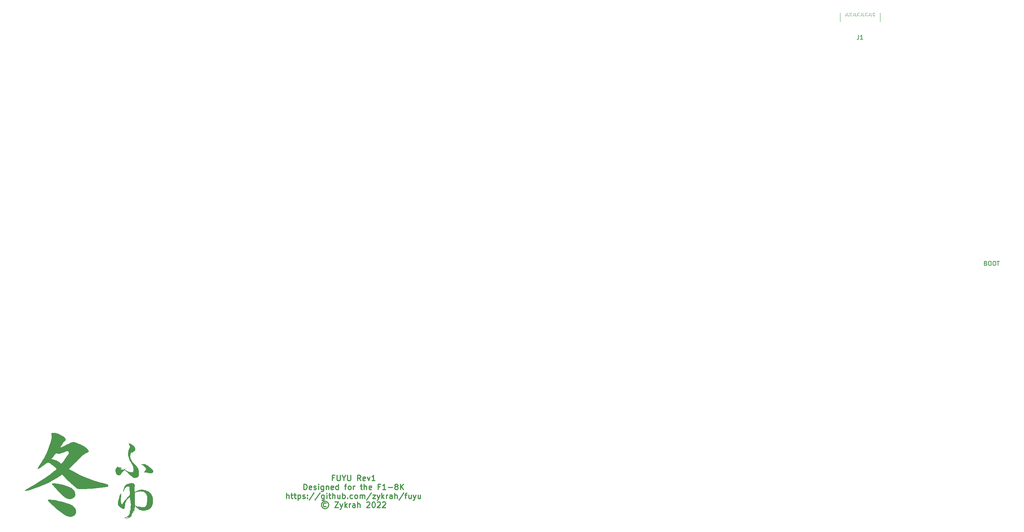
<source format=gbr>
%TF.GenerationSoftware,KiCad,Pcbnew,(6.0.1)*%
%TF.CreationDate,2022-06-13T23:58:48+10:00*%
%TF.ProjectId,fuyu,66757975-2e6b-4696-9361-645f70636258,rev?*%
%TF.SameCoordinates,Original*%
%TF.FileFunction,Legend,Top*%
%TF.FilePolarity,Positive*%
%FSLAX46Y46*%
G04 Gerber Fmt 4.6, Leading zero omitted, Abs format (unit mm)*
G04 Created by KiCad (PCBNEW (6.0.1)) date 2022-06-13 23:58:48*
%MOMM*%
%LPD*%
G01*
G04 APERTURE LIST*
%ADD10C,0.150000*%
%ADD11C,0.240000*%
%ADD12C,0.100000*%
%ADD13C,0.120000*%
G04 APERTURE END LIST*
D10*
X355393169Y-111281071D02*
X355536026Y-111328690D01*
X355583645Y-111376309D01*
X355631264Y-111471547D01*
X355631264Y-111614404D01*
X355583645Y-111709642D01*
X355536026Y-111757261D01*
X355440788Y-111804880D01*
X355059835Y-111804880D01*
X355059835Y-110804880D01*
X355393169Y-110804880D01*
X355488407Y-110852500D01*
X355536026Y-110900119D01*
X355583645Y-110995357D01*
X355583645Y-111090595D01*
X355536026Y-111185833D01*
X355488407Y-111233452D01*
X355393169Y-111281071D01*
X355059835Y-111281071D01*
X356250312Y-110804880D02*
X356440788Y-110804880D01*
X356536026Y-110852500D01*
X356631264Y-110947738D01*
X356678883Y-111138214D01*
X356678883Y-111471547D01*
X356631264Y-111662023D01*
X356536026Y-111757261D01*
X356440788Y-111804880D01*
X356250312Y-111804880D01*
X356155073Y-111757261D01*
X356059835Y-111662023D01*
X356012216Y-111471547D01*
X356012216Y-111138214D01*
X356059835Y-110947738D01*
X356155073Y-110852500D01*
X356250312Y-110804880D01*
X357297931Y-110804880D02*
X357488407Y-110804880D01*
X357583645Y-110852500D01*
X357678883Y-110947738D01*
X357726502Y-111138214D01*
X357726502Y-111471547D01*
X357678883Y-111662023D01*
X357583645Y-111757261D01*
X357488407Y-111804880D01*
X357297931Y-111804880D01*
X357202692Y-111757261D01*
X357107454Y-111662023D01*
X357059835Y-111471547D01*
X357059835Y-111138214D01*
X357107454Y-110947738D01*
X357202692Y-110852500D01*
X357297931Y-110804880D01*
X358012216Y-110804880D02*
X358583645Y-110804880D01*
X358297931Y-111804880D02*
X358297931Y-110804880D01*
D11*
X202390312Y-161670142D02*
X201956978Y-161670142D01*
X201956978Y-162351095D02*
X201956978Y-161051095D01*
X202576026Y-161051095D01*
X203071264Y-161051095D02*
X203071264Y-162103476D01*
X203133169Y-162227285D01*
X203195073Y-162289190D01*
X203318883Y-162351095D01*
X203566502Y-162351095D01*
X203690312Y-162289190D01*
X203752216Y-162227285D01*
X203814121Y-162103476D01*
X203814121Y-161051095D01*
X204680788Y-161732047D02*
X204680788Y-162351095D01*
X204247454Y-161051095D02*
X204680788Y-161732047D01*
X205114121Y-161051095D01*
X205547454Y-161051095D02*
X205547454Y-162103476D01*
X205609359Y-162227285D01*
X205671264Y-162289190D01*
X205795073Y-162351095D01*
X206042692Y-162351095D01*
X206166502Y-162289190D01*
X206228407Y-162227285D01*
X206290312Y-162103476D01*
X206290312Y-161051095D01*
X208642692Y-162351095D02*
X208209359Y-161732047D01*
X207899835Y-162351095D02*
X207899835Y-161051095D01*
X208395073Y-161051095D01*
X208518883Y-161113000D01*
X208580788Y-161174904D01*
X208642692Y-161298714D01*
X208642692Y-161484428D01*
X208580788Y-161608238D01*
X208518883Y-161670142D01*
X208395073Y-161732047D01*
X207899835Y-161732047D01*
X209695073Y-162289190D02*
X209571264Y-162351095D01*
X209323645Y-162351095D01*
X209199835Y-162289190D01*
X209137931Y-162165380D01*
X209137931Y-161670142D01*
X209199835Y-161546333D01*
X209323645Y-161484428D01*
X209571264Y-161484428D01*
X209695073Y-161546333D01*
X209756978Y-161670142D01*
X209756978Y-161793952D01*
X209137931Y-161917761D01*
X210190312Y-161484428D02*
X210499835Y-162351095D01*
X210809359Y-161484428D01*
X211985550Y-162351095D02*
X211242692Y-162351095D01*
X211614121Y-162351095D02*
X211614121Y-161051095D01*
X211490312Y-161236809D01*
X211366502Y-161360619D01*
X211242692Y-161422523D01*
X195271264Y-164444095D02*
X195271264Y-163144095D01*
X195580788Y-163144095D01*
X195766502Y-163206000D01*
X195890312Y-163329809D01*
X195952216Y-163453619D01*
X196014121Y-163701238D01*
X196014121Y-163886952D01*
X195952216Y-164134571D01*
X195890312Y-164258380D01*
X195766502Y-164382190D01*
X195580788Y-164444095D01*
X195271264Y-164444095D01*
X197066502Y-164382190D02*
X196942692Y-164444095D01*
X196695073Y-164444095D01*
X196571264Y-164382190D01*
X196509359Y-164258380D01*
X196509359Y-163763142D01*
X196571264Y-163639333D01*
X196695073Y-163577428D01*
X196942692Y-163577428D01*
X197066502Y-163639333D01*
X197128407Y-163763142D01*
X197128407Y-163886952D01*
X196509359Y-164010761D01*
X197623645Y-164382190D02*
X197747454Y-164444095D01*
X197995073Y-164444095D01*
X198118883Y-164382190D01*
X198180788Y-164258380D01*
X198180788Y-164196476D01*
X198118883Y-164072666D01*
X197995073Y-164010761D01*
X197809359Y-164010761D01*
X197685550Y-163948857D01*
X197623645Y-163825047D01*
X197623645Y-163763142D01*
X197685550Y-163639333D01*
X197809359Y-163577428D01*
X197995073Y-163577428D01*
X198118883Y-163639333D01*
X198737931Y-164444095D02*
X198737931Y-163577428D01*
X198737931Y-163144095D02*
X198676026Y-163206000D01*
X198737931Y-163267904D01*
X198799835Y-163206000D01*
X198737931Y-163144095D01*
X198737931Y-163267904D01*
X199914121Y-163577428D02*
X199914121Y-164629809D01*
X199852216Y-164753619D01*
X199790312Y-164815523D01*
X199666502Y-164877428D01*
X199480788Y-164877428D01*
X199356978Y-164815523D01*
X199914121Y-164382190D02*
X199790312Y-164444095D01*
X199542692Y-164444095D01*
X199418883Y-164382190D01*
X199356978Y-164320285D01*
X199295073Y-164196476D01*
X199295073Y-163825047D01*
X199356978Y-163701238D01*
X199418883Y-163639333D01*
X199542692Y-163577428D01*
X199790312Y-163577428D01*
X199914121Y-163639333D01*
X200533169Y-163577428D02*
X200533169Y-164444095D01*
X200533169Y-163701238D02*
X200595073Y-163639333D01*
X200718883Y-163577428D01*
X200904597Y-163577428D01*
X201028407Y-163639333D01*
X201090312Y-163763142D01*
X201090312Y-164444095D01*
X202204597Y-164382190D02*
X202080788Y-164444095D01*
X201833169Y-164444095D01*
X201709359Y-164382190D01*
X201647454Y-164258380D01*
X201647454Y-163763142D01*
X201709359Y-163639333D01*
X201833169Y-163577428D01*
X202080788Y-163577428D01*
X202204597Y-163639333D01*
X202266502Y-163763142D01*
X202266502Y-163886952D01*
X201647454Y-164010761D01*
X203380788Y-164444095D02*
X203380788Y-163144095D01*
X203380788Y-164382190D02*
X203256978Y-164444095D01*
X203009359Y-164444095D01*
X202885550Y-164382190D01*
X202823645Y-164320285D01*
X202761740Y-164196476D01*
X202761740Y-163825047D01*
X202823645Y-163701238D01*
X202885550Y-163639333D01*
X203009359Y-163577428D01*
X203256978Y-163577428D01*
X203380788Y-163639333D01*
X204804597Y-163577428D02*
X205299835Y-163577428D01*
X204990312Y-164444095D02*
X204990312Y-163329809D01*
X205052216Y-163206000D01*
X205176026Y-163144095D01*
X205299835Y-163144095D01*
X205918883Y-164444095D02*
X205795073Y-164382190D01*
X205733169Y-164320285D01*
X205671264Y-164196476D01*
X205671264Y-163825047D01*
X205733169Y-163701238D01*
X205795073Y-163639333D01*
X205918883Y-163577428D01*
X206104597Y-163577428D01*
X206228407Y-163639333D01*
X206290312Y-163701238D01*
X206352216Y-163825047D01*
X206352216Y-164196476D01*
X206290312Y-164320285D01*
X206228407Y-164382190D01*
X206104597Y-164444095D01*
X205918883Y-164444095D01*
X206909359Y-164444095D02*
X206909359Y-163577428D01*
X206909359Y-163825047D02*
X206971264Y-163701238D01*
X207033169Y-163639333D01*
X207156978Y-163577428D01*
X207280788Y-163577428D01*
X208518883Y-163577428D02*
X209014121Y-163577428D01*
X208704597Y-163144095D02*
X208704597Y-164258380D01*
X208766502Y-164382190D01*
X208890312Y-164444095D01*
X209014121Y-164444095D01*
X209447454Y-164444095D02*
X209447454Y-163144095D01*
X210004597Y-164444095D02*
X210004597Y-163763142D01*
X209942692Y-163639333D01*
X209818883Y-163577428D01*
X209633169Y-163577428D01*
X209509359Y-163639333D01*
X209447454Y-163701238D01*
X211118883Y-164382190D02*
X210995073Y-164444095D01*
X210747454Y-164444095D01*
X210623645Y-164382190D01*
X210561740Y-164258380D01*
X210561740Y-163763142D01*
X210623645Y-163639333D01*
X210747454Y-163577428D01*
X210995073Y-163577428D01*
X211118883Y-163639333D01*
X211180788Y-163763142D01*
X211180788Y-163886952D01*
X210561740Y-164010761D01*
X213161740Y-163763142D02*
X212728407Y-163763142D01*
X212728407Y-164444095D02*
X212728407Y-163144095D01*
X213347454Y-163144095D01*
X214523645Y-164444095D02*
X213780788Y-164444095D01*
X214152216Y-164444095D02*
X214152216Y-163144095D01*
X214028407Y-163329809D01*
X213904597Y-163453619D01*
X213780788Y-163515523D01*
X215080788Y-163948857D02*
X216071264Y-163948857D01*
X216876026Y-163701238D02*
X216752216Y-163639333D01*
X216690312Y-163577428D01*
X216628407Y-163453619D01*
X216628407Y-163391714D01*
X216690312Y-163267904D01*
X216752216Y-163206000D01*
X216876026Y-163144095D01*
X217123645Y-163144095D01*
X217247454Y-163206000D01*
X217309359Y-163267904D01*
X217371264Y-163391714D01*
X217371264Y-163453619D01*
X217309359Y-163577428D01*
X217247454Y-163639333D01*
X217123645Y-163701238D01*
X216876026Y-163701238D01*
X216752216Y-163763142D01*
X216690312Y-163825047D01*
X216628407Y-163948857D01*
X216628407Y-164196476D01*
X216690312Y-164320285D01*
X216752216Y-164382190D01*
X216876026Y-164444095D01*
X217123645Y-164444095D01*
X217247454Y-164382190D01*
X217309359Y-164320285D01*
X217371264Y-164196476D01*
X217371264Y-163948857D01*
X217309359Y-163825047D01*
X217247454Y-163763142D01*
X217123645Y-163701238D01*
X217928407Y-164444095D02*
X217928407Y-163144095D01*
X218671264Y-164444095D02*
X218114121Y-163701238D01*
X218671264Y-163144095D02*
X217928407Y-163886952D01*
X191247454Y-166537095D02*
X191247454Y-165237095D01*
X191804597Y-166537095D02*
X191804597Y-165856142D01*
X191742692Y-165732333D01*
X191618883Y-165670428D01*
X191433169Y-165670428D01*
X191309359Y-165732333D01*
X191247454Y-165794238D01*
X192237931Y-165670428D02*
X192733169Y-165670428D01*
X192423645Y-165237095D02*
X192423645Y-166351380D01*
X192485550Y-166475190D01*
X192609359Y-166537095D01*
X192733169Y-166537095D01*
X192980788Y-165670428D02*
X193476026Y-165670428D01*
X193166502Y-165237095D02*
X193166502Y-166351380D01*
X193228407Y-166475190D01*
X193352216Y-166537095D01*
X193476026Y-166537095D01*
X193909359Y-165670428D02*
X193909359Y-166970428D01*
X193909359Y-165732333D02*
X194033169Y-165670428D01*
X194280788Y-165670428D01*
X194404597Y-165732333D01*
X194466502Y-165794238D01*
X194528407Y-165918047D01*
X194528407Y-166289476D01*
X194466502Y-166413285D01*
X194404597Y-166475190D01*
X194280788Y-166537095D01*
X194033169Y-166537095D01*
X193909359Y-166475190D01*
X195023645Y-166475190D02*
X195147454Y-166537095D01*
X195395073Y-166537095D01*
X195518883Y-166475190D01*
X195580788Y-166351380D01*
X195580788Y-166289476D01*
X195518883Y-166165666D01*
X195395073Y-166103761D01*
X195209359Y-166103761D01*
X195085550Y-166041857D01*
X195023645Y-165918047D01*
X195023645Y-165856142D01*
X195085550Y-165732333D01*
X195209359Y-165670428D01*
X195395073Y-165670428D01*
X195518883Y-165732333D01*
X196137931Y-166413285D02*
X196199835Y-166475190D01*
X196137931Y-166537095D01*
X196076026Y-166475190D01*
X196137931Y-166413285D01*
X196137931Y-166537095D01*
X196137931Y-165732333D02*
X196199835Y-165794238D01*
X196137931Y-165856142D01*
X196076026Y-165794238D01*
X196137931Y-165732333D01*
X196137931Y-165856142D01*
X197685550Y-165175190D02*
X196571264Y-166846619D01*
X199047454Y-165175190D02*
X197933169Y-166846619D01*
X200037931Y-165670428D02*
X200037931Y-166722809D01*
X199976026Y-166846619D01*
X199914121Y-166908523D01*
X199790312Y-166970428D01*
X199604597Y-166970428D01*
X199480788Y-166908523D01*
X200037931Y-166475190D02*
X199914121Y-166537095D01*
X199666502Y-166537095D01*
X199542692Y-166475190D01*
X199480788Y-166413285D01*
X199418883Y-166289476D01*
X199418883Y-165918047D01*
X199480788Y-165794238D01*
X199542692Y-165732333D01*
X199666502Y-165670428D01*
X199914121Y-165670428D01*
X200037931Y-165732333D01*
X200656978Y-166537095D02*
X200656978Y-165670428D01*
X200656978Y-165237095D02*
X200595073Y-165299000D01*
X200656978Y-165360904D01*
X200718883Y-165299000D01*
X200656978Y-165237095D01*
X200656978Y-165360904D01*
X201090312Y-165670428D02*
X201585550Y-165670428D01*
X201276026Y-165237095D02*
X201276026Y-166351380D01*
X201337931Y-166475190D01*
X201461740Y-166537095D01*
X201585550Y-166537095D01*
X202018883Y-166537095D02*
X202018883Y-165237095D01*
X202576026Y-166537095D02*
X202576026Y-165856142D01*
X202514121Y-165732333D01*
X202390312Y-165670428D01*
X202204597Y-165670428D01*
X202080788Y-165732333D01*
X202018883Y-165794238D01*
X203752216Y-165670428D02*
X203752216Y-166537095D01*
X203195073Y-165670428D02*
X203195073Y-166351380D01*
X203256978Y-166475190D01*
X203380788Y-166537095D01*
X203566502Y-166537095D01*
X203690312Y-166475190D01*
X203752216Y-166413285D01*
X204371264Y-166537095D02*
X204371264Y-165237095D01*
X204371264Y-165732333D02*
X204495073Y-165670428D01*
X204742692Y-165670428D01*
X204866502Y-165732333D01*
X204928407Y-165794238D01*
X204990312Y-165918047D01*
X204990312Y-166289476D01*
X204928407Y-166413285D01*
X204866502Y-166475190D01*
X204742692Y-166537095D01*
X204495073Y-166537095D01*
X204371264Y-166475190D01*
X205547454Y-166413285D02*
X205609359Y-166475190D01*
X205547454Y-166537095D01*
X205485550Y-166475190D01*
X205547454Y-166413285D01*
X205547454Y-166537095D01*
X206723645Y-166475190D02*
X206599835Y-166537095D01*
X206352216Y-166537095D01*
X206228407Y-166475190D01*
X206166502Y-166413285D01*
X206104597Y-166289476D01*
X206104597Y-165918047D01*
X206166502Y-165794238D01*
X206228407Y-165732333D01*
X206352216Y-165670428D01*
X206599835Y-165670428D01*
X206723645Y-165732333D01*
X207466502Y-166537095D02*
X207342692Y-166475190D01*
X207280788Y-166413285D01*
X207218883Y-166289476D01*
X207218883Y-165918047D01*
X207280788Y-165794238D01*
X207342692Y-165732333D01*
X207466502Y-165670428D01*
X207652216Y-165670428D01*
X207776026Y-165732333D01*
X207837931Y-165794238D01*
X207899835Y-165918047D01*
X207899835Y-166289476D01*
X207837931Y-166413285D01*
X207776026Y-166475190D01*
X207652216Y-166537095D01*
X207466502Y-166537095D01*
X208456978Y-166537095D02*
X208456978Y-165670428D01*
X208456978Y-165794238D02*
X208518883Y-165732333D01*
X208642692Y-165670428D01*
X208828407Y-165670428D01*
X208952216Y-165732333D01*
X209014121Y-165856142D01*
X209014121Y-166537095D01*
X209014121Y-165856142D02*
X209076026Y-165732333D01*
X209199835Y-165670428D01*
X209385550Y-165670428D01*
X209509359Y-165732333D01*
X209571264Y-165856142D01*
X209571264Y-166537095D01*
X211118883Y-165175190D02*
X210004597Y-166846619D01*
X211428407Y-165670428D02*
X212109359Y-165670428D01*
X211428407Y-166537095D01*
X212109359Y-166537095D01*
X212480788Y-165670428D02*
X212790312Y-166537095D01*
X213099835Y-165670428D02*
X212790312Y-166537095D01*
X212666502Y-166846619D01*
X212604597Y-166908523D01*
X212480788Y-166970428D01*
X213595073Y-166537095D02*
X213595073Y-165237095D01*
X213718883Y-166041857D02*
X214090312Y-166537095D01*
X214090312Y-165670428D02*
X213595073Y-166165666D01*
X214647454Y-166537095D02*
X214647454Y-165670428D01*
X214647454Y-165918047D02*
X214709359Y-165794238D01*
X214771264Y-165732333D01*
X214895073Y-165670428D01*
X215018883Y-165670428D01*
X216009359Y-166537095D02*
X216009359Y-165856142D01*
X215947454Y-165732333D01*
X215823645Y-165670428D01*
X215576026Y-165670428D01*
X215452216Y-165732333D01*
X216009359Y-166475190D02*
X215885550Y-166537095D01*
X215576026Y-166537095D01*
X215452216Y-166475190D01*
X215390312Y-166351380D01*
X215390312Y-166227571D01*
X215452216Y-166103761D01*
X215576026Y-166041857D01*
X215885550Y-166041857D01*
X216009359Y-165979952D01*
X216628407Y-166537095D02*
X216628407Y-165237095D01*
X217185550Y-166537095D02*
X217185550Y-165856142D01*
X217123645Y-165732333D01*
X216999835Y-165670428D01*
X216814121Y-165670428D01*
X216690312Y-165732333D01*
X216628407Y-165794238D01*
X218733169Y-165175190D02*
X217618883Y-166846619D01*
X218980788Y-165670428D02*
X219476026Y-165670428D01*
X219166502Y-166537095D02*
X219166502Y-165422809D01*
X219228407Y-165299000D01*
X219352216Y-165237095D01*
X219476026Y-165237095D01*
X220466502Y-165670428D02*
X220466502Y-166537095D01*
X219909359Y-165670428D02*
X219909359Y-166351380D01*
X219971264Y-166475190D01*
X220095073Y-166537095D01*
X220280788Y-166537095D01*
X220404597Y-166475190D01*
X220466502Y-166413285D01*
X220961740Y-165670428D02*
X221271264Y-166537095D01*
X221580788Y-165670428D02*
X221271264Y-166537095D01*
X221147454Y-166846619D01*
X221085550Y-166908523D01*
X220961740Y-166970428D01*
X222633169Y-165670428D02*
X222633169Y-166537095D01*
X222076026Y-165670428D02*
X222076026Y-166351380D01*
X222137931Y-166475190D01*
X222261740Y-166537095D01*
X222447454Y-166537095D01*
X222571264Y-166475190D01*
X222633169Y-166413285D01*
X200502216Y-167639619D02*
X200378407Y-167577714D01*
X200130788Y-167577714D01*
X200006978Y-167639619D01*
X199883169Y-167763428D01*
X199821264Y-167887238D01*
X199821264Y-168134857D01*
X199883169Y-168258666D01*
X200006978Y-168382476D01*
X200130788Y-168444380D01*
X200378407Y-168444380D01*
X200502216Y-168382476D01*
X200254597Y-167144380D02*
X199945073Y-167206285D01*
X199635550Y-167392000D01*
X199449835Y-167701523D01*
X199387931Y-168011047D01*
X199449835Y-168320571D01*
X199635550Y-168630095D01*
X199945073Y-168815809D01*
X200254597Y-168877714D01*
X200564121Y-168815809D01*
X200873645Y-168630095D01*
X201059359Y-168320571D01*
X201121264Y-168011047D01*
X201059359Y-167701523D01*
X200873645Y-167392000D01*
X200564121Y-167206285D01*
X200254597Y-167144380D01*
X202545073Y-167330095D02*
X203411740Y-167330095D01*
X202545073Y-168630095D01*
X203411740Y-168630095D01*
X203783169Y-167763428D02*
X204092692Y-168630095D01*
X204402216Y-167763428D02*
X204092692Y-168630095D01*
X203968883Y-168939619D01*
X203906978Y-169001523D01*
X203783169Y-169063428D01*
X204897454Y-168630095D02*
X204897454Y-167330095D01*
X205021264Y-168134857D02*
X205392692Y-168630095D01*
X205392692Y-167763428D02*
X204897454Y-168258666D01*
X205949835Y-168630095D02*
X205949835Y-167763428D01*
X205949835Y-168011047D02*
X206011740Y-167887238D01*
X206073645Y-167825333D01*
X206197454Y-167763428D01*
X206321264Y-167763428D01*
X207311740Y-168630095D02*
X207311740Y-167949142D01*
X207249835Y-167825333D01*
X207126026Y-167763428D01*
X206878407Y-167763428D01*
X206754597Y-167825333D01*
X207311740Y-168568190D02*
X207187931Y-168630095D01*
X206878407Y-168630095D01*
X206754597Y-168568190D01*
X206692692Y-168444380D01*
X206692692Y-168320571D01*
X206754597Y-168196761D01*
X206878407Y-168134857D01*
X207187931Y-168134857D01*
X207311740Y-168072952D01*
X207930788Y-168630095D02*
X207930788Y-167330095D01*
X208487931Y-168630095D02*
X208487931Y-167949142D01*
X208426026Y-167825333D01*
X208302216Y-167763428D01*
X208116502Y-167763428D01*
X207992692Y-167825333D01*
X207930788Y-167887238D01*
X210035550Y-167453904D02*
X210097454Y-167392000D01*
X210221264Y-167330095D01*
X210530788Y-167330095D01*
X210654597Y-167392000D01*
X210716502Y-167453904D01*
X210778407Y-167577714D01*
X210778407Y-167701523D01*
X210716502Y-167887238D01*
X209973645Y-168630095D01*
X210778407Y-168630095D01*
X211583169Y-167330095D02*
X211706978Y-167330095D01*
X211830788Y-167392000D01*
X211892692Y-167453904D01*
X211954597Y-167577714D01*
X212016502Y-167825333D01*
X212016502Y-168134857D01*
X211954597Y-168382476D01*
X211892692Y-168506285D01*
X211830788Y-168568190D01*
X211706978Y-168630095D01*
X211583169Y-168630095D01*
X211459359Y-168568190D01*
X211397454Y-168506285D01*
X211335550Y-168382476D01*
X211273645Y-168134857D01*
X211273645Y-167825333D01*
X211335550Y-167577714D01*
X211397454Y-167453904D01*
X211459359Y-167392000D01*
X211583169Y-167330095D01*
X212511740Y-167453904D02*
X212573645Y-167392000D01*
X212697454Y-167330095D01*
X213006978Y-167330095D01*
X213130788Y-167392000D01*
X213192692Y-167453904D01*
X213254597Y-167577714D01*
X213254597Y-167701523D01*
X213192692Y-167887238D01*
X212449835Y-168630095D01*
X213254597Y-168630095D01*
X213749835Y-167453904D02*
X213811740Y-167392000D01*
X213935550Y-167330095D01*
X214245073Y-167330095D01*
X214368883Y-167392000D01*
X214430788Y-167453904D01*
X214492692Y-167577714D01*
X214492692Y-167701523D01*
X214430788Y-167887238D01*
X213687931Y-168630095D01*
X214492692Y-168630095D01*
D12*
X322596978Y-52459166D02*
X322596978Y-52959166D01*
X322563645Y-53059166D01*
X322496978Y-53125833D01*
X322396978Y-53159166D01*
X322330312Y-53159166D01*
X323263645Y-53159166D02*
X322930312Y-53159166D01*
X322930312Y-52459166D01*
X323896978Y-53092500D02*
X323863645Y-53125833D01*
X323763645Y-53159166D01*
X323696978Y-53159166D01*
X323596978Y-53125833D01*
X323530312Y-53059166D01*
X323496978Y-52992500D01*
X323463645Y-52859166D01*
X323463645Y-52759166D01*
X323496978Y-52625833D01*
X323530312Y-52559166D01*
X323596978Y-52492500D01*
X323696978Y-52459166D01*
X323763645Y-52459166D01*
X323863645Y-52492500D01*
X323896978Y-52525833D01*
X324396978Y-52459166D02*
X324396978Y-52959166D01*
X324363645Y-53059166D01*
X324296978Y-53125833D01*
X324196978Y-53159166D01*
X324130312Y-53159166D01*
X325063645Y-53159166D02*
X324730312Y-53159166D01*
X324730312Y-52459166D01*
X325696978Y-53092500D02*
X325663645Y-53125833D01*
X325563645Y-53159166D01*
X325496978Y-53159166D01*
X325396978Y-53125833D01*
X325330312Y-53059166D01*
X325296978Y-52992500D01*
X325263645Y-52859166D01*
X325263645Y-52759166D01*
X325296978Y-52625833D01*
X325330312Y-52559166D01*
X325396978Y-52492500D01*
X325496978Y-52459166D01*
X325563645Y-52459166D01*
X325663645Y-52492500D01*
X325696978Y-52525833D01*
X326196978Y-52459166D02*
X326196978Y-52959166D01*
X326163645Y-53059166D01*
X326096978Y-53125833D01*
X325996978Y-53159166D01*
X325930312Y-53159166D01*
X326863645Y-53159166D02*
X326530312Y-53159166D01*
X326530312Y-52459166D01*
X327496978Y-53092500D02*
X327463645Y-53125833D01*
X327363645Y-53159166D01*
X327296978Y-53159166D01*
X327196978Y-53125833D01*
X327130312Y-53059166D01*
X327096978Y-52992500D01*
X327063645Y-52859166D01*
X327063645Y-52759166D01*
X327096978Y-52625833D01*
X327130312Y-52559166D01*
X327196978Y-52492500D01*
X327296978Y-52459166D01*
X327363645Y-52459166D01*
X327463645Y-52492500D01*
X327496978Y-52525833D01*
X327996978Y-52459166D02*
X327996978Y-52959166D01*
X327963645Y-53059166D01*
X327896978Y-53125833D01*
X327796978Y-53159166D01*
X327730312Y-53159166D01*
X328663645Y-53159166D02*
X328330312Y-53159166D01*
X328330312Y-52459166D01*
X329296978Y-53092500D02*
X329263645Y-53125833D01*
X329163645Y-53159166D01*
X329096978Y-53159166D01*
X328996978Y-53125833D01*
X328930312Y-53059166D01*
X328896978Y-52992500D01*
X328863645Y-52859166D01*
X328863645Y-52759166D01*
X328896978Y-52625833D01*
X328930312Y-52559166D01*
X328996978Y-52492500D01*
X329096978Y-52459166D01*
X329163645Y-52459166D01*
X329263645Y-52492500D01*
X329296978Y-52525833D01*
D10*
%TO.C,J1*%
X325513228Y-57699880D02*
X325513228Y-58414166D01*
X325465609Y-58557023D01*
X325370371Y-58652261D01*
X325227514Y-58699880D01*
X325132276Y-58699880D01*
X326513228Y-58699880D02*
X325941800Y-58699880D01*
X326227514Y-58699880D02*
X326227514Y-57699880D01*
X326132276Y-57842738D01*
X326037038Y-57937976D01*
X325941800Y-57985595D01*
%TO.C,G\u002A\u002A\u002A*%
G36*
X135877611Y-166829023D02*
G01*
X136271793Y-166866718D01*
X136706170Y-166926467D01*
X137170371Y-167005777D01*
X137654024Y-167102158D01*
X138146758Y-167213117D01*
X138638202Y-167336164D01*
X139117983Y-167468806D01*
X139575730Y-167608553D01*
X140001072Y-167752913D01*
X140383637Y-167899394D01*
X140713054Y-168045505D01*
X140770252Y-168073760D01*
X141093090Y-168268299D01*
X141360888Y-168497921D01*
X141572240Y-168760463D01*
X141725742Y-169053768D01*
X141819991Y-169375674D01*
X141853582Y-169724022D01*
X141853645Y-169740283D01*
X141838689Y-169935460D01*
X141791431Y-170089727D01*
X141786749Y-170099640D01*
X141679335Y-170264604D01*
X141522315Y-170430069D01*
X141331132Y-170581942D01*
X141123059Y-170705229D01*
X140995257Y-170765687D01*
X140892817Y-170803584D01*
X140790599Y-170824843D01*
X140663460Y-170835383D01*
X140553645Y-170839347D01*
X140370650Y-170840035D01*
X140223998Y-170827765D01*
X140084025Y-170798962D01*
X139986978Y-170771045D01*
X139832589Y-170718423D01*
X139678778Y-170654536D01*
X139512999Y-170573061D01*
X139322708Y-170467672D01*
X139095361Y-170332045D01*
X139000978Y-170273948D01*
X138707000Y-170083793D01*
X138393736Y-169867000D01*
X138079693Y-169637195D01*
X137783376Y-169408006D01*
X137523290Y-169193057D01*
X137470312Y-169146864D01*
X137402488Y-169087117D01*
X137300669Y-168997547D01*
X137180958Y-168892316D01*
X137103645Y-168824391D01*
X136973999Y-168708695D01*
X136818801Y-168567236D01*
X136644316Y-168405994D01*
X136456806Y-168230951D01*
X136262534Y-168048088D01*
X136067763Y-167863384D01*
X135878757Y-167682821D01*
X135701778Y-167512379D01*
X135543090Y-167358039D01*
X135408956Y-167225782D01*
X135305638Y-167121589D01*
X135239401Y-167051441D01*
X135216729Y-167022543D01*
X135213880Y-166948863D01*
X135230413Y-166890833D01*
X135252930Y-166853450D01*
X135288932Y-166831058D01*
X135353722Y-166819880D01*
X135462599Y-166816138D01*
X135533995Y-166815873D01*
X135877611Y-166829023D01*
G37*
G36*
X136713593Y-162993892D02*
G01*
X137002490Y-163013335D01*
X137290865Y-163045409D01*
X137592890Y-163092455D01*
X137922738Y-163156816D01*
X138294581Y-163240833D01*
X138479591Y-163285728D01*
X139040687Y-163434842D01*
X139566347Y-163595760D01*
X140045328Y-163764846D01*
X140377660Y-163899359D01*
X140676494Y-164039676D01*
X140919171Y-164180669D01*
X141115779Y-164330540D01*
X141276401Y-164497488D01*
X141411124Y-164689713D01*
X141463773Y-164782500D01*
X141568798Y-165022482D01*
X141638188Y-165275404D01*
X141670393Y-165526380D01*
X141663862Y-165760524D01*
X141617045Y-165962950D01*
X141592625Y-166019981D01*
X141451380Y-166234926D01*
X141261816Y-166414991D01*
X141034660Y-166556237D01*
X140780643Y-166654727D01*
X140510495Y-166706523D01*
X140234946Y-166707687D01*
X139964726Y-166654281D01*
X139912201Y-166636682D01*
X139767247Y-166580336D01*
X139632992Y-166517428D01*
X139495828Y-166439932D01*
X139342150Y-166339818D01*
X139158351Y-166209058D01*
X139043339Y-166124039D01*
X138917912Y-166023121D01*
X138755420Y-165881086D01*
X138563940Y-165705877D01*
X138351548Y-165505437D01*
X138126319Y-165287708D01*
X137896329Y-165060632D01*
X137669656Y-164832151D01*
X137454374Y-164610209D01*
X137258560Y-164402747D01*
X137090289Y-164217709D01*
X137003645Y-164118092D01*
X136870032Y-163961837D01*
X136722773Y-163791130D01*
X136583028Y-163630438D01*
X136503645Y-163539997D01*
X136376244Y-163395198D01*
X136287286Y-163290987D01*
X136231140Y-163217926D01*
X136202180Y-163166579D01*
X136194776Y-163127512D01*
X136203302Y-163091287D01*
X136217098Y-163059574D01*
X136256874Y-162972276D01*
X136713593Y-162993892D01*
G37*
G36*
X134592073Y-156528604D02*
G01*
X134803831Y-156110348D01*
X134997618Y-155695811D01*
X135177560Y-155277084D01*
X135347786Y-154846260D01*
X135512423Y-154395431D01*
X135541921Y-154311148D01*
X135700887Y-153840059D01*
X135830916Y-153422136D01*
X135933242Y-153051095D01*
X136009104Y-152720655D01*
X136059739Y-152424535D01*
X136086383Y-152156451D01*
X136090272Y-151910123D01*
X136072645Y-151679269D01*
X136067605Y-151641166D01*
X136045863Y-151460774D01*
X136041629Y-151333581D01*
X136057590Y-151247787D01*
X136096434Y-151191594D01*
X136160850Y-151153202D01*
X136180559Y-151145270D01*
X136318836Y-151116706D01*
X136507195Y-151113336D01*
X136734622Y-151133676D01*
X136990103Y-151176240D01*
X137262625Y-151239544D01*
X137541174Y-151322102D01*
X137574434Y-151333216D01*
X137772425Y-151407672D01*
X137997033Y-151504317D01*
X138232346Y-151615173D01*
X138462454Y-151732261D01*
X138671446Y-151847604D01*
X138843412Y-151953224D01*
X138923860Y-152009870D01*
X139113169Y-152166318D01*
X139246845Y-152307743D01*
X139331468Y-152443077D01*
X139373619Y-152581255D01*
X139379258Y-152628101D01*
X139382205Y-152740969D01*
X139362027Y-152824777D01*
X139308789Y-152914346D01*
X139290181Y-152940306D01*
X139200879Y-153042988D01*
X139096904Y-153135660D01*
X139057969Y-153163103D01*
X138984740Y-153222322D01*
X138902684Y-153315998D01*
X138805104Y-153452712D01*
X138686782Y-153638631D01*
X138578150Y-153813114D01*
X138462024Y-153995589D01*
X138352442Y-154164219D01*
X138264783Y-154295206D01*
X138188816Y-154409248D01*
X138131692Y-154501344D01*
X138100981Y-154558924D01*
X138098301Y-154571600D01*
X138133039Y-154566103D01*
X138216805Y-154540746D01*
X138336472Y-154499774D01*
X138458367Y-154455181D01*
X138786489Y-154327540D01*
X139103449Y-154194452D01*
X139423988Y-154049099D01*
X139762846Y-153884666D01*
X140134763Y-153694334D01*
X140356621Y-153577275D01*
X140605040Y-153450477D01*
X140809634Y-153359545D01*
X140980763Y-153301508D01*
X141128789Y-153273393D01*
X141264072Y-153272229D01*
X141365918Y-153287795D01*
X141503559Y-153324024D01*
X141692631Y-153383443D01*
X141923436Y-153462638D01*
X142186277Y-153558195D01*
X142471455Y-153666699D01*
X142712429Y-153761841D01*
X143056843Y-153914133D01*
X143395172Y-154090329D01*
X143718241Y-154283984D01*
X144016878Y-154488656D01*
X144281907Y-154697899D01*
X144504156Y-154905272D01*
X144674450Y-155104329D01*
X144721385Y-155172894D01*
X144793631Y-155310204D01*
X144816268Y-155425375D01*
X144785802Y-155526847D01*
X144698736Y-155623064D01*
X144551572Y-155722464D01*
X144476418Y-155764300D01*
X144073874Y-155989593D01*
X143725395Y-156206874D01*
X143420267Y-156423893D01*
X143147779Y-156648402D01*
X142897217Y-156888151D01*
X142838828Y-156949166D01*
X142754303Y-157037350D01*
X142628617Y-157166284D01*
X142467923Y-157329754D01*
X142278375Y-157521546D01*
X142066128Y-157735446D01*
X141837335Y-157965240D01*
X141598151Y-158204712D01*
X141367306Y-158435117D01*
X140193933Y-159604400D01*
X140548789Y-159823419D01*
X141248789Y-160235262D01*
X141997745Y-160638456D01*
X142777948Y-161024376D01*
X143571685Y-161384396D01*
X144361248Y-161709888D01*
X144644052Y-161818073D01*
X145045586Y-161963733D01*
X145500303Y-162120552D01*
X145996396Y-162284828D01*
X146522057Y-162452863D01*
X147065478Y-162620956D01*
X147614854Y-162785406D01*
X148158377Y-162942515D01*
X148684239Y-163088582D01*
X148786978Y-163116339D01*
X148964696Y-163164163D01*
X149120738Y-163206248D01*
X149243299Y-163239403D01*
X149320570Y-163260436D01*
X149340525Y-163265980D01*
X149374479Y-163305311D01*
X149403799Y-163387115D01*
X149422892Y-163487205D01*
X149426165Y-163581395D01*
X149421166Y-163614684D01*
X149371331Y-163700597D01*
X149266138Y-163767715D01*
X149102135Y-163817634D01*
X148919263Y-163847105D01*
X148808292Y-163860705D01*
X148643721Y-163881371D01*
X148438055Y-163907507D01*
X148203795Y-163937519D01*
X147953445Y-163969813D01*
X147744462Y-163996938D01*
X146987699Y-164088745D01*
X146235596Y-164166939D01*
X145498769Y-164230757D01*
X144787835Y-164279431D01*
X144113410Y-164312197D01*
X143486111Y-164328289D01*
X143131207Y-164329591D01*
X142850280Y-164326107D01*
X142628850Y-164319013D01*
X142459823Y-164307877D01*
X142336103Y-164292267D01*
X142267731Y-164277066D01*
X142135230Y-164220004D01*
X141961736Y-164113812D01*
X141749264Y-163960304D01*
X141499827Y-163761291D01*
X141215437Y-163518585D01*
X140898107Y-163234000D01*
X140549850Y-162909347D01*
X140172680Y-162546438D01*
X139768608Y-162147087D01*
X139339649Y-161713106D01*
X138887814Y-161246307D01*
X138801993Y-161156616D01*
X138570312Y-160914067D01*
X138253645Y-161133198D01*
X137283613Y-161772866D01*
X136310716Y-162350346D01*
X135326642Y-162869893D01*
X134323079Y-163335764D01*
X133291716Y-163752213D01*
X132770312Y-163940694D01*
X132270404Y-164113624D01*
X131829118Y-164263772D01*
X131442801Y-164392152D01*
X131107800Y-164499776D01*
X130820461Y-164587659D01*
X130577131Y-164656814D01*
X130374156Y-164708255D01*
X130207885Y-164742995D01*
X130074662Y-164762048D01*
X129970836Y-164766428D01*
X129892752Y-164757148D01*
X129861978Y-164747606D01*
X129803000Y-164714941D01*
X129784630Y-164675784D01*
X129810725Y-164625969D01*
X129885145Y-164561329D01*
X130011748Y-164477698D01*
X130194392Y-164370909D01*
X130228658Y-164351628D01*
X130371624Y-164270633D01*
X130560242Y-164162472D01*
X130782796Y-164033933D01*
X131027568Y-163891809D01*
X131282841Y-163742891D01*
X131536899Y-163593969D01*
X131603645Y-163554712D01*
X132427389Y-163063338D01*
X133193729Y-162592787D01*
X133902114Y-162143441D01*
X134551993Y-161715687D01*
X135142812Y-161309907D01*
X135674022Y-160926486D01*
X136145070Y-160565809D01*
X136555404Y-160228259D01*
X136904472Y-159914221D01*
X137084148Y-159737376D01*
X137151901Y-159669554D01*
X137199958Y-159616872D01*
X137224420Y-159571171D01*
X137221393Y-159524292D01*
X137186979Y-159468075D01*
X137117281Y-159394359D01*
X137008404Y-159294986D01*
X136856451Y-159161796D01*
X136775358Y-159090743D01*
X136492944Y-158855074D01*
X136199368Y-158632788D01*
X135908715Y-158433609D01*
X135635068Y-158267265D01*
X135425649Y-158158622D01*
X135180987Y-158044379D01*
X134992316Y-158207936D01*
X134810584Y-158359601D01*
X134600778Y-158524930D01*
X134372561Y-158697167D01*
X134135598Y-158869557D01*
X133899552Y-159035342D01*
X133674087Y-159187767D01*
X133468867Y-159320074D01*
X133293555Y-159425509D01*
X133157816Y-159497314D01*
X133130799Y-159509387D01*
X132987409Y-159563869D01*
X132886432Y-159586110D01*
X132827809Y-159573201D01*
X132811477Y-159522231D01*
X132837378Y-159430289D01*
X132905450Y-159294465D01*
X133015634Y-159111849D01*
X133119232Y-158952435D01*
X133482766Y-158396969D01*
X133807689Y-157884762D01*
X134098130Y-157407903D01*
X134165287Y-157291859D01*
X136051751Y-157291859D01*
X136055887Y-157293655D01*
X136112690Y-157306804D01*
X136211564Y-157326965D01*
X136307780Y-157345386D01*
X136732303Y-157450088D01*
X137152947Y-157606771D01*
X137576768Y-157818725D01*
X138010822Y-158089243D01*
X138220312Y-158237510D01*
X138306568Y-158298124D01*
X138370819Y-158338432D01*
X138393170Y-158348340D01*
X138422731Y-158324446D01*
X138483102Y-158259655D01*
X138563868Y-158165461D01*
X138611419Y-158107500D01*
X138764251Y-157916230D01*
X138902126Y-157738054D01*
X139035045Y-157559221D01*
X139173005Y-157365984D01*
X139326007Y-157144594D01*
X139504049Y-156881301D01*
X139514430Y-156865833D01*
X139638334Y-156681869D01*
X139757847Y-156505737D01*
X139864982Y-156349105D01*
X139951756Y-156223645D01*
X140010183Y-156141025D01*
X140013464Y-156136519D01*
X140083530Y-156031143D01*
X140117643Y-155946440D01*
X140125652Y-155854641D01*
X140124531Y-155823357D01*
X140102705Y-155688721D01*
X140056950Y-155560880D01*
X139996412Y-155459098D01*
X139930237Y-155402641D01*
X139923647Y-155400225D01*
X139861906Y-155402722D01*
X139754160Y-155429153D01*
X139615004Y-155475672D01*
X139564754Y-155494747D01*
X139395963Y-155559608D01*
X139213340Y-155628135D01*
X139050899Y-155687597D01*
X139020312Y-155698531D01*
X138705584Y-155808822D01*
X138444876Y-155896003D01*
X138230236Y-155961542D01*
X138053714Y-156006905D01*
X137907356Y-156033561D01*
X137783213Y-156042975D01*
X137673332Y-156036615D01*
X137569761Y-156015948D01*
X137470312Y-155984521D01*
X137357399Y-155944164D01*
X137265248Y-155911534D01*
X137220136Y-155895862D01*
X137175750Y-155912732D01*
X137102513Y-155984736D01*
X136999067Y-156113288D01*
X136955100Y-156172412D01*
X136714787Y-156490009D01*
X136488598Y-156765562D01*
X136261626Y-157017041D01*
X136208219Y-157072875D01*
X136105197Y-157185692D01*
X136053348Y-157258242D01*
X136051751Y-157291859D01*
X134165287Y-157291859D01*
X134358215Y-156958487D01*
X134592073Y-156528604D01*
G37*
G36*
X156529212Y-164612042D02*
G01*
X156766911Y-164542018D01*
X156985607Y-164489291D01*
X157171521Y-164458017D01*
X157275460Y-164451117D01*
X157380787Y-164459538D01*
X157522638Y-164482139D01*
X157677135Y-164514810D01*
X157745595Y-164532015D01*
X157895941Y-164569564D01*
X157995225Y-164587848D01*
X158052098Y-164588009D01*
X158073211Y-164575332D01*
X158105746Y-164560382D01*
X158170636Y-164581468D01*
X158226244Y-164610599D01*
X158302780Y-164658964D01*
X158349382Y-164698726D01*
X158356002Y-164711132D01*
X158375180Y-164725469D01*
X158384016Y-164721423D01*
X158422419Y-164727013D01*
X158504252Y-164755699D01*
X158616429Y-164802500D01*
X158712577Y-164846480D01*
X158875945Y-164929106D01*
X159002789Y-165008497D01*
X159116532Y-165101141D01*
X159224365Y-165206697D01*
X159361687Y-165352758D01*
X159462868Y-165473795D01*
X159539163Y-165586452D01*
X159601824Y-165707373D01*
X159662103Y-165853203D01*
X159662932Y-165855366D01*
X159715762Y-165988879D01*
X159770955Y-166121425D01*
X159813692Y-166217994D01*
X159837701Y-166276225D01*
X159855828Y-166340818D01*
X159869255Y-166422422D01*
X159879160Y-166531682D01*
X159886726Y-166679246D01*
X159893132Y-166875760D01*
X159895189Y-166953022D01*
X159900223Y-167137723D01*
X159903306Y-167282744D01*
X159902491Y-167400080D01*
X159895829Y-167501725D01*
X159881372Y-167599674D01*
X159857173Y-167705922D01*
X159821283Y-167832463D01*
X159771755Y-167991291D01*
X159706640Y-168194402D01*
X159680162Y-168277063D01*
X159628831Y-168402924D01*
X159551444Y-168532285D01*
X159440564Y-168675528D01*
X159288754Y-168843035D01*
X159234600Y-168899077D01*
X159105829Y-169004554D01*
X158935176Y-169107458D01*
X158743361Y-169197287D01*
X158551107Y-169263542D01*
X158482213Y-169280359D01*
X158398485Y-169299924D01*
X158277630Y-169330420D01*
X158143314Y-169365850D01*
X158119356Y-169372337D01*
X157963380Y-169407590D01*
X157811590Y-169424387D01*
X157649469Y-169422207D01*
X157462501Y-169400526D01*
X157236167Y-169358821D01*
X157133134Y-169336805D01*
X156934007Y-169286169D01*
X156778568Y-169227933D01*
X156647422Y-169152704D01*
X156521178Y-169051089D01*
X156496743Y-169028584D01*
X156407661Y-168954080D01*
X156317257Y-168891605D01*
X156293911Y-168878434D01*
X156211586Y-168823570D01*
X156122293Y-168746737D01*
X156098512Y-168722721D01*
X156031404Y-168658950D01*
X155977817Y-168620805D01*
X155962962Y-168616006D01*
X155923745Y-168589074D01*
X155881130Y-168523181D01*
X155846641Y-168440685D01*
X155831800Y-168363941D01*
X155831778Y-168361471D01*
X155844524Y-168311687D01*
X155886995Y-168310872D01*
X155942337Y-168329261D01*
X156038342Y-168361705D01*
X156155988Y-168401769D01*
X156177751Y-168409210D01*
X156320910Y-168456384D01*
X156413535Y-168481405D01*
X156463827Y-168485194D01*
X156479988Y-168468676D01*
X156474291Y-168442589D01*
X156473312Y-168412520D01*
X156512372Y-168407220D01*
X156562052Y-168414582D01*
X156662000Y-168437247D01*
X156777069Y-168469372D01*
X156803129Y-168477565D01*
X156901013Y-168504775D01*
X156983043Y-168520105D01*
X157001901Y-168521348D01*
X157076491Y-168535682D01*
X157150674Y-168565358D01*
X157231816Y-168588855D01*
X157355907Y-168604240D01*
X157503268Y-168611143D01*
X157654218Y-168609195D01*
X157789079Y-168598028D01*
X157882710Y-168579077D01*
X158057902Y-168491052D01*
X158202611Y-168350525D01*
X158302342Y-168182715D01*
X158359468Y-168049270D01*
X158404372Y-167926127D01*
X158438895Y-167802237D01*
X158464875Y-167666552D01*
X158484153Y-167508023D01*
X158498569Y-167315603D01*
X158509963Y-167078243D01*
X158516561Y-166896379D01*
X158524091Y-166658688D01*
X158528479Y-166473478D01*
X158529311Y-166330182D01*
X158526174Y-166218236D01*
X158518654Y-166127073D01*
X158506335Y-166046128D01*
X158488804Y-165964834D01*
X158478391Y-165922485D01*
X158392742Y-165651640D01*
X158282735Y-165432789D01*
X158142450Y-165257574D01*
X157965967Y-165117639D01*
X157868527Y-165061521D01*
X157749122Y-165011234D01*
X157622872Y-164975919D01*
X157568776Y-164967699D01*
X157443335Y-164952780D01*
X157307903Y-164930780D01*
X157273765Y-164924091D01*
X157153267Y-164904615D01*
X157034403Y-164893656D01*
X157001811Y-164892777D01*
X156846591Y-164903627D01*
X156649742Y-164933824D01*
X156428446Y-164979836D01*
X156199888Y-165038133D01*
X156002150Y-165098195D01*
X155867780Y-165142382D01*
X155757428Y-165178112D01*
X155683629Y-165201360D01*
X155658960Y-165208304D01*
X155656912Y-165182914D01*
X155663817Y-165149232D01*
X155702012Y-165102681D01*
X155787865Y-165046416D01*
X155873844Y-165004025D01*
X155965426Y-164959553D01*
X156022593Y-164923908D01*
X156033708Y-164904424D01*
X156032651Y-164903927D01*
X155987493Y-164909446D01*
X155904869Y-164937610D01*
X155811781Y-164978140D01*
X155710714Y-165029219D01*
X155654104Y-165070077D01*
X155628210Y-165114895D01*
X155619365Y-165176752D01*
X155616189Y-165257411D01*
X155614155Y-165376965D01*
X155613189Y-165522478D01*
X155613219Y-165681016D01*
X155614172Y-165839644D01*
X155615972Y-165985428D01*
X155618549Y-166105433D01*
X155621827Y-166186724D01*
X155625258Y-166216005D01*
X155628700Y-166250905D01*
X155633147Y-166340851D01*
X155638327Y-166477797D01*
X155643966Y-166653698D01*
X155649792Y-166860506D01*
X155655532Y-167090176D01*
X155656889Y-167148801D01*
X155663369Y-167389355D01*
X155671327Y-167614877D01*
X155680289Y-167816059D01*
X155689780Y-167983592D01*
X155699324Y-168108166D01*
X155708446Y-168180471D01*
X155709863Y-168186677D01*
X155726297Y-168279954D01*
X155712962Y-168326712D01*
X155707883Y-168330600D01*
X155686889Y-168371746D01*
X155663180Y-168463773D01*
X155638898Y-168594642D01*
X155616189Y-168752316D01*
X155597194Y-168924757D01*
X155592434Y-168978863D01*
X155576898Y-169099922D01*
X155549232Y-169255094D01*
X155513706Y-169425209D01*
X155474588Y-169591094D01*
X155436144Y-169733578D01*
X155402644Y-169833488D01*
X155401627Y-169835947D01*
X155364012Y-169905354D01*
X155328231Y-169940248D01*
X155323134Y-169941224D01*
X155303818Y-169918346D01*
X155311687Y-169886006D01*
X155333875Y-169810331D01*
X155344162Y-169751907D01*
X155356759Y-169665288D01*
X155374331Y-169563856D01*
X155375179Y-169559371D01*
X155383651Y-169478099D01*
X155365343Y-169437059D01*
X155345070Y-169425875D01*
X155311155Y-169422946D01*
X155281956Y-169449605D01*
X155252338Y-169515291D01*
X155217165Y-169629442D01*
X155199860Y-169692766D01*
X155167345Y-169797823D01*
X155131721Y-169890062D01*
X155122411Y-169909671D01*
X155051120Y-170055480D01*
X154981377Y-170209904D01*
X154922669Y-170351145D01*
X154885682Y-170453517D01*
X154855133Y-170533780D01*
X154825507Y-170584457D01*
X154819787Y-170589479D01*
X154791232Y-170634216D01*
X154790536Y-170642138D01*
X154809649Y-170649575D01*
X154853641Y-170619609D01*
X154898921Y-170589495D01*
X154916747Y-170598546D01*
X154892212Y-170635910D01*
X154830407Y-170687722D01*
X154797961Y-170709580D01*
X154713952Y-170768114D01*
X154648636Y-170823090D01*
X154635974Y-170836620D01*
X154586829Y-170879262D01*
X154500220Y-170939892D01*
X154390956Y-171009665D01*
X154273842Y-171079736D01*
X154163687Y-171141260D01*
X154075298Y-171185393D01*
X154023481Y-171203288D01*
X154022069Y-171203336D01*
X153992408Y-171205947D01*
X153951945Y-171216647D01*
X153888961Y-171239735D01*
X153791739Y-171279512D01*
X153648562Y-171340275D01*
X153646747Y-171341051D01*
X153573778Y-171366396D01*
X153532145Y-171369526D01*
X153528424Y-171364334D01*
X153555774Y-171321528D01*
X153629955Y-171262972D01*
X153739162Y-171196243D01*
X153871589Y-171128920D01*
X153946949Y-171095674D01*
X154053415Y-171048562D01*
X154135248Y-171007409D01*
X154176279Y-170980414D01*
X154177569Y-170978724D01*
X154220109Y-170954972D01*
X154252625Y-170950913D01*
X154310601Y-170928294D01*
X154328654Y-170903584D01*
X154323420Y-170864398D01*
X154286563Y-170856255D01*
X154228890Y-170867580D01*
X154211116Y-170880840D01*
X154173342Y-170896333D01*
X154094016Y-170908421D01*
X154040007Y-170912208D01*
X153911141Y-170927878D01*
X153783854Y-170967710D01*
X153639102Y-171038692D01*
X153544200Y-171094113D01*
X153445303Y-171149432D01*
X153392091Y-171168199D01*
X153386453Y-171150227D01*
X153420130Y-171106311D01*
X153457982Y-171061442D01*
X153449503Y-171050120D01*
X153387288Y-171063188D01*
X153385580Y-171063602D01*
X153290166Y-171089901D01*
X153218730Y-171113297D01*
X153150581Y-171136057D01*
X153123012Y-171134907D01*
X153118238Y-171114521D01*
X153145181Y-171083019D01*
X153211781Y-171044847D01*
X153296696Y-171009495D01*
X153378580Y-170986454D01*
X153415206Y-170982466D01*
X153552264Y-170954602D01*
X153713678Y-170872408D01*
X153895547Y-170737981D01*
X153938610Y-170700996D01*
X154038234Y-170616353D01*
X154125125Y-170547886D01*
X154184815Y-170506815D01*
X154196472Y-170501036D01*
X154235112Y-170458886D01*
X154233588Y-170421629D01*
X154243935Y-170353802D01*
X154296818Y-170268156D01*
X154302361Y-170261444D01*
X154350881Y-170193089D01*
X154398642Y-170108655D01*
X154440329Y-170021060D01*
X154470630Y-169943222D01*
X154484232Y-169888058D01*
X154475823Y-169868487D01*
X154460425Y-169877127D01*
X154408916Y-169902037D01*
X154384205Y-169885401D01*
X154401821Y-169839440D01*
X154424229Y-169781882D01*
X154429161Y-169750282D01*
X154496605Y-169750282D01*
X154509037Y-169757612D01*
X154530397Y-169716915D01*
X154551081Y-169646717D01*
X154558073Y-169587720D01*
X154543282Y-169575175D01*
X154543016Y-169575337D01*
X154518122Y-169616668D01*
X154499741Y-169689406D01*
X154496605Y-169750282D01*
X154429161Y-169750282D01*
X154437607Y-169696175D01*
X154438054Y-169688801D01*
X154448797Y-169575991D01*
X154466953Y-169466580D01*
X154488078Y-169384934D01*
X154497304Y-169363853D01*
X154529606Y-169358853D01*
X154554045Y-169373402D01*
X154583141Y-169387963D01*
X154583203Y-169387911D01*
X155369996Y-169387911D01*
X155384331Y-169404826D01*
X155409404Y-169377392D01*
X155428165Y-169311193D01*
X155428468Y-169309176D01*
X155430737Y-169248672D01*
X155415862Y-169243428D01*
X155390584Y-169290295D01*
X155375683Y-169333832D01*
X155369996Y-169387911D01*
X154583203Y-169387911D01*
X154605845Y-169368992D01*
X154607771Y-169363384D01*
X155243563Y-169363384D01*
X155256577Y-169373273D01*
X155281232Y-169345890D01*
X155315701Y-169274979D01*
X155344119Y-169199733D01*
X155382347Y-169106284D01*
X155420492Y-169043282D01*
X155443902Y-169026193D01*
X155482968Y-169021246D01*
X155486660Y-169018304D01*
X155500591Y-168931768D01*
X155504893Y-168838667D01*
X155499617Y-168762471D01*
X155486008Y-168727251D01*
X155462549Y-168738765D01*
X155453183Y-168803799D01*
X155453144Y-168809772D01*
X155448675Y-168875534D01*
X155431593Y-168887447D01*
X155413703Y-168873140D01*
X155390911Y-168814567D01*
X155380997Y-168696525D01*
X155381721Y-168574966D01*
X155382832Y-168442289D01*
X155376598Y-168370596D01*
X155362831Y-168358175D01*
X155358540Y-168363584D01*
X155335275Y-168429893D01*
X155327416Y-168499758D01*
X155314481Y-168591438D01*
X155292123Y-168653646D01*
X155273275Y-168712761D01*
X155292113Y-168740198D01*
X155303421Y-168778596D01*
X155305476Y-168862196D01*
X155299643Y-168973994D01*
X155287288Y-169096985D01*
X155269773Y-169214167D01*
X155248466Y-169308534D01*
X155245800Y-169317260D01*
X155243563Y-169363384D01*
X154607771Y-169363384D01*
X154627121Y-169307035D01*
X154651936Y-169192633D01*
X154653706Y-169183583D01*
X154663890Y-169089764D01*
X154669030Y-168951856D01*
X154669308Y-168788660D01*
X154664909Y-168618975D01*
X154656018Y-168461601D01*
X154645602Y-168355696D01*
X154637134Y-168264401D01*
X154644749Y-168219647D01*
X154672025Y-168206125D01*
X154680604Y-168205820D01*
X154717562Y-168193248D01*
X154713280Y-168145181D01*
X154709785Y-168134826D01*
X154698672Y-168074231D01*
X154688686Y-167967562D01*
X154681164Y-167831852D01*
X154680386Y-167806151D01*
X155526768Y-167806151D01*
X155531099Y-167824909D01*
X155547803Y-167827186D01*
X155573774Y-167815642D01*
X155568838Y-167806151D01*
X155531392Y-167802375D01*
X155526768Y-167806151D01*
X154680386Y-167806151D01*
X154678158Y-167732528D01*
X154675927Y-167680725D01*
X155537917Y-167680725D01*
X155552178Y-167700975D01*
X155572616Y-167673948D01*
X155579356Y-167622093D01*
X155575202Y-167562723D01*
X155567258Y-167543211D01*
X155553068Y-167570010D01*
X155540080Y-167622093D01*
X155537917Y-167680725D01*
X154675927Y-167680725D01*
X154668958Y-167518862D01*
X154651306Y-167333264D01*
X154626652Y-167184633D01*
X154596445Y-167081868D01*
X154564624Y-167035250D01*
X154542040Y-167004354D01*
X154555305Y-166947844D01*
X154564760Y-166926100D01*
X154587311Y-166855634D01*
X154571224Y-166805596D01*
X154558420Y-166789741D01*
X154528562Y-166739469D01*
X154510397Y-166662264D01*
X154501796Y-166544901D01*
X154500328Y-166429099D01*
X154498142Y-166354786D01*
X154487234Y-166334665D01*
X154461486Y-166359877D01*
X154456751Y-166365994D01*
X154429125Y-166396859D01*
X154421761Y-166382079D01*
X154430743Y-166313576D01*
X154430892Y-166312652D01*
X154437723Y-166245036D01*
X154426357Y-166235724D01*
X154418086Y-166245701D01*
X154371916Y-166271565D01*
X154347935Y-166264790D01*
X154307158Y-166276370D01*
X154228879Y-166337751D01*
X154113693Y-166448427D01*
X154028585Y-166536725D01*
X153899063Y-166677965D01*
X153805194Y-166792258D01*
X153735975Y-166895146D01*
X153680400Y-167002169D01*
X153651091Y-167069809D01*
X153599073Y-167195490D01*
X153551141Y-167310465D01*
X153516506Y-167392654D01*
X153512841Y-167401224D01*
X153457442Y-167557511D01*
X153405015Y-167753675D01*
X153359576Y-167968875D01*
X153325138Y-168182264D01*
X153305716Y-168372998D01*
X153303419Y-168488645D01*
X153297839Y-168644152D01*
X153262396Y-168759157D01*
X153188703Y-168852496D01*
X153115312Y-168911187D01*
X153027228Y-168966524D01*
X152953695Y-168987479D01*
X152862788Y-168982358D01*
X152849310Y-168980403D01*
X152688609Y-168933290D01*
X152500670Y-168838652D01*
X152293178Y-168701526D01*
X152073818Y-168526947D01*
X151867731Y-168337191D01*
X151734823Y-168164484D01*
X151655908Y-167960272D01*
X151630924Y-167724138D01*
X151659812Y-167455667D01*
X151709352Y-167257231D01*
X151743955Y-167134914D01*
X151788292Y-166968160D01*
X151837969Y-166774038D01*
X151888591Y-166569616D01*
X151920027Y-166438863D01*
X151978651Y-166206164D01*
X152038274Y-165995798D01*
X152096262Y-165815227D01*
X152149984Y-165671910D01*
X152196808Y-165573309D01*
X152234104Y-165526884D01*
X152242648Y-165524247D01*
X152255071Y-165552870D01*
X152265058Y-165628381D01*
X152270482Y-165734563D01*
X152270528Y-165736814D01*
X152274744Y-165949795D01*
X152299317Y-165792031D01*
X152315190Y-165658283D01*
X152325302Y-165513667D01*
X152326654Y-165470477D01*
X152335268Y-165362874D01*
X152354183Y-165299578D01*
X152379472Y-165286533D01*
X152407212Y-165329683D01*
X152411532Y-165341946D01*
X152424326Y-165420307D01*
X152430297Y-165546677D01*
X152429736Y-165706359D01*
X152422938Y-165884659D01*
X152410192Y-166066881D01*
X152394058Y-166220658D01*
X152375165Y-166427534D01*
X152364871Y-166664110D01*
X152363208Y-166908913D01*
X152370213Y-167140473D01*
X152385920Y-167337318D01*
X152392195Y-167385447D01*
X152416843Y-167526778D01*
X152447512Y-167663216D01*
X152480434Y-167781812D01*
X152511841Y-167869614D01*
X152537964Y-167913671D01*
X152546545Y-167915978D01*
X152585707Y-167884162D01*
X152654720Y-167813113D01*
X152744566Y-167713314D01*
X152846229Y-167595245D01*
X152950689Y-167469389D01*
X153048930Y-167346227D01*
X153131933Y-167236241D01*
X153134964Y-167232048D01*
X153234415Y-167097345D01*
X153342361Y-166956069D01*
X153438851Y-166834235D01*
X153458070Y-166810798D01*
X153695433Y-166512874D01*
X153875505Y-166267879D01*
X153932137Y-166199165D01*
X153980096Y-166159526D01*
X153992039Y-166155757D01*
X154036468Y-166131575D01*
X154079416Y-166083895D01*
X154127892Y-166031309D01*
X154164431Y-166012901D01*
X154202400Y-165990456D01*
X154264367Y-165932344D01*
X154319828Y-165870913D01*
X154383956Y-165790399D01*
X154420488Y-165723556D01*
X154437702Y-165646283D01*
X154443877Y-165534480D01*
X154444471Y-165508056D01*
X154444163Y-165403965D01*
X154440444Y-165255603D01*
X154433928Y-165074812D01*
X154425226Y-164873433D01*
X154414951Y-164663308D01*
X154403717Y-164456278D01*
X154392135Y-164264185D01*
X154380818Y-164098872D01*
X154370379Y-163972179D01*
X154361431Y-163895948D01*
X154360919Y-163893038D01*
X154317577Y-163777609D01*
X154238502Y-163714097D01*
X154122396Y-163701534D01*
X154106172Y-163703370D01*
X153865275Y-163762126D01*
X153653704Y-163872077D01*
X153468505Y-164035683D01*
X153306722Y-164255401D01*
X153199311Y-164457766D01*
X153137908Y-164598071D01*
X153085689Y-164733092D01*
X153050125Y-164842755D01*
X153040386Y-164884888D01*
X153016557Y-164980794D01*
X152991400Y-165014592D01*
X152970820Y-164986868D01*
X152960723Y-164898202D01*
X152960474Y-164877000D01*
X152953343Y-164787246D01*
X152934495Y-164739158D01*
X152925340Y-164735013D01*
X152903652Y-164710510D01*
X152908889Y-164635530D01*
X152919719Y-164593025D01*
X153023579Y-164593025D01*
X153039356Y-164608801D01*
X153055132Y-164593025D01*
X153039356Y-164577249D01*
X153023579Y-164593025D01*
X152919719Y-164593025D01*
X152941416Y-164507870D01*
X152964912Y-164435261D01*
X153086685Y-164435261D01*
X153102461Y-164451037D01*
X153118238Y-164435261D01*
X153102461Y-164419485D01*
X153086685Y-164435261D01*
X152964912Y-164435261D01*
X152985332Y-164372155D01*
X153118238Y-164372155D01*
X153134014Y-164387932D01*
X153149790Y-164372155D01*
X153134014Y-164356379D01*
X153118238Y-164372155D01*
X152985332Y-164372155D01*
X153031021Y-164233945D01*
X153077322Y-164086423D01*
X153100320Y-164009298D01*
X153181282Y-163800377D01*
X153296924Y-163597588D01*
X153434767Y-163419506D01*
X153525158Y-163336932D01*
X153761617Y-163336932D01*
X153806376Y-163318360D01*
X153806834Y-163318115D01*
X153867613Y-163276276D01*
X153893332Y-163248714D01*
X153894734Y-163230236D01*
X153849975Y-163248808D01*
X153849517Y-163249053D01*
X153788738Y-163290892D01*
X153763020Y-163318454D01*
X153761617Y-163336932D01*
X153525158Y-163336932D01*
X153582332Y-163284703D01*
X153591530Y-163278183D01*
X153718099Y-163200934D01*
X153807645Y-163171673D01*
X153834130Y-163173256D01*
X153896395Y-163173482D01*
X153922762Y-163157489D01*
X153967246Y-163131066D01*
X154004835Y-163125820D01*
X154071062Y-163111854D01*
X154161464Y-163076897D01*
X154192837Y-163061794D01*
X154362295Y-162996316D01*
X154558483Y-162954217D01*
X154767873Y-162935005D01*
X154976934Y-162938190D01*
X155172138Y-162963279D01*
X155339953Y-163009782D01*
X155466852Y-163077206D01*
X155502622Y-163109380D01*
X155554596Y-163174769D01*
X155580633Y-163225643D01*
X155581237Y-163229992D01*
X155587178Y-163281586D01*
X155600170Y-163370240D01*
X155608661Y-163423445D01*
X155617565Y-163535579D01*
X155616148Y-163678528D01*
X155605073Y-163817855D01*
X155595663Y-163923272D01*
X155588056Y-164063001D01*
X155582360Y-164224896D01*
X155578686Y-164396808D01*
X155577142Y-164566591D01*
X155577838Y-164722098D01*
X155580882Y-164851182D01*
X155586386Y-164941696D01*
X155594457Y-164981493D01*
X155594600Y-164981644D01*
X155628539Y-164976340D01*
X155703979Y-164947455D01*
X155806525Y-164900700D01*
X155839891Y-164884308D01*
X156051922Y-164787344D01*
X156053237Y-164786827D01*
X156571234Y-164786827D01*
X156607849Y-164784795D01*
X156636374Y-164778861D01*
X156707050Y-164760589D01*
X156744165Y-164746363D01*
X156744180Y-164746350D01*
X156740391Y-164734345D01*
X156698774Y-164735551D01*
X156642426Y-164746742D01*
X156594446Y-164764693D01*
X156589045Y-164768007D01*
X156571234Y-164786827D01*
X156053237Y-164786827D01*
X156286289Y-164695203D01*
X156529212Y-164612042D01*
G37*
G36*
X154664325Y-168978863D02*
G01*
X154648548Y-168994640D01*
X154632772Y-168978863D01*
X154648548Y-168963087D01*
X154664325Y-168978863D01*
G37*
G36*
X154223705Y-153546987D02*
G01*
X154234296Y-153555999D01*
X154279605Y-153576380D01*
X154342102Y-153589551D01*
X154399252Y-153608179D01*
X154499430Y-153651905D01*
X154630576Y-153715042D01*
X154780631Y-153791901D01*
X154853641Y-153830814D01*
X155024954Y-153924875D01*
X155152140Y-153999856D01*
X155247571Y-154064788D01*
X155323617Y-154128703D01*
X155392650Y-154200634D01*
X155445126Y-154262666D01*
X155574259Y-154429377D01*
X155662871Y-154570162D01*
X155717692Y-154700923D01*
X155745454Y-154837561D01*
X155752896Y-154989791D01*
X155746975Y-155140435D01*
X155722768Y-155245155D01*
X155670609Y-155320540D01*
X155580830Y-155383179D01*
X155499966Y-155423864D01*
X155405093Y-155480952D01*
X155294343Y-155565538D01*
X155204755Y-155646780D01*
X155124384Y-155724900D01*
X155061778Y-155781582D01*
X155029577Y-155805424D01*
X155028684Y-155805572D01*
X155015682Y-155778501D01*
X155011405Y-155726690D01*
X154998507Y-155661400D01*
X154962465Y-155654416D01*
X154916747Y-155695137D01*
X154867084Y-155735522D01*
X154841890Y-155743457D01*
X154781939Y-155774889D01*
X154726016Y-155858514D01*
X154676097Y-155983452D01*
X154634156Y-156138825D01*
X154602169Y-156313754D01*
X154582111Y-156497360D01*
X154575958Y-156678763D01*
X154585683Y-156847084D01*
X154613263Y-156991445D01*
X154614527Y-156995764D01*
X154673491Y-157186471D01*
X154726605Y-157334887D01*
X154782378Y-157460173D01*
X154849315Y-157581490D01*
X154933627Y-157714516D01*
X154997645Y-157809707D01*
X155056708Y-157890934D01*
X155119492Y-157967628D01*
X155194673Y-158049223D01*
X155290927Y-158145151D01*
X155416931Y-158264847D01*
X155575174Y-158412014D01*
X155682718Y-158519967D01*
X155807386Y-158657948D01*
X155930060Y-158804326D01*
X155992720Y-158884489D01*
X156086375Y-159005951D01*
X156172670Y-159113592D01*
X156240886Y-159194281D01*
X156275594Y-159230929D01*
X156349349Y-159328740D01*
X156418816Y-159479399D01*
X156481643Y-159672678D01*
X156535476Y-159898347D01*
X156577963Y-160146180D01*
X156606752Y-160405947D01*
X156619489Y-160667420D01*
X156619900Y-160727808D01*
X156617652Y-160908752D01*
X156610586Y-161040571D01*
X156597114Y-161137163D01*
X156575652Y-161212427D01*
X156560491Y-161248429D01*
X156445897Y-161424168D01*
X156287743Y-161567240D01*
X156098683Y-161672687D01*
X155891373Y-161735550D01*
X155678468Y-161750869D01*
X155472622Y-161713686D01*
X155421592Y-161694711D01*
X155184261Y-161577740D01*
X154984836Y-161436322D01*
X154853641Y-161312939D01*
X154745232Y-161213889D01*
X154619981Y-161118175D01*
X154546002Y-161070712D01*
X154458291Y-161015671D01*
X154398239Y-160969037D01*
X154380349Y-160944955D01*
X154358802Y-160914825D01*
X154299248Y-160848679D01*
X154209318Y-160754085D01*
X154096642Y-160638609D01*
X153968852Y-160509818D01*
X153833578Y-160375281D01*
X153698452Y-160242563D01*
X153571104Y-160119233D01*
X153459165Y-160012857D01*
X153370266Y-159931003D01*
X153312037Y-159881238D01*
X153297453Y-159871095D01*
X153258196Y-159861887D01*
X153211335Y-159882504D01*
X153144330Y-159940389D01*
X153092360Y-159992870D01*
X152887717Y-160208315D01*
X152705298Y-160406786D01*
X152550553Y-160582069D01*
X152428929Y-160727950D01*
X152345876Y-160838215D01*
X152329817Y-160862588D01*
X152262613Y-160956951D01*
X152192120Y-161018889D01*
X152100943Y-161057622D01*
X151971688Y-161082368D01*
X151898509Y-161091174D01*
X151803112Y-161099525D01*
X151733024Y-161095265D01*
X151667271Y-161072030D01*
X151584874Y-161023451D01*
X151509045Y-160972971D01*
X151354039Y-160851947D01*
X151246920Y-160723421D01*
X151177393Y-160570288D01*
X151135160Y-160375439D01*
X151130962Y-160344804D01*
X151112437Y-160163381D01*
X151102624Y-159981556D01*
X151101588Y-159814736D01*
X151109391Y-159678332D01*
X151126097Y-159587753D01*
X151127817Y-159582954D01*
X151167448Y-159504199D01*
X151228647Y-159411138D01*
X151302895Y-159313363D01*
X151381672Y-159220466D01*
X151456459Y-159142039D01*
X151518736Y-159087674D01*
X151559985Y-159066964D01*
X151572151Y-159082667D01*
X151600219Y-159097802D01*
X151671271Y-159103256D01*
X151714138Y-159101707D01*
X151798681Y-159100189D01*
X151849506Y-159107346D01*
X151856125Y-159113263D01*
X151833635Y-159143983D01*
X151776933Y-159196740D01*
X151746371Y-159221963D01*
X151669011Y-159292923D01*
X151610478Y-159362653D01*
X151600102Y-159379727D01*
X151563586Y-159449919D01*
X151641698Y-159378172D01*
X151761643Y-159300515D01*
X151910185Y-159251712D01*
X152070588Y-159232272D01*
X152226114Y-159242706D01*
X152360025Y-159283521D01*
X152454116Y-159353438D01*
X152516729Y-159394975D01*
X152555164Y-159402590D01*
X152628052Y-159414567D01*
X152712885Y-159444020D01*
X152787763Y-159481232D01*
X152830783Y-159516488D01*
X152834262Y-159526410D01*
X152809956Y-159543025D01*
X152753326Y-159528020D01*
X152671707Y-159509116D01*
X152563068Y-159498264D01*
X152522181Y-159497249D01*
X152414460Y-159505630D01*
X152341287Y-159537115D01*
X152297982Y-159576006D01*
X152253399Y-159633356D01*
X152241012Y-159670797D01*
X152242653Y-159673424D01*
X152301904Y-159701209D01*
X152412306Y-159724042D01*
X152561993Y-159740297D01*
X152739098Y-159748350D01*
X152793831Y-159748918D01*
X152933358Y-159747542D01*
X153019400Y-159741548D01*
X153061500Y-159729456D01*
X153069201Y-159709786D01*
X153068087Y-159706367D01*
X153072171Y-159676540D01*
X153125228Y-159677179D01*
X153128817Y-159677849D01*
X153205641Y-159670242D01*
X153326436Y-159629157D01*
X153454064Y-159571667D01*
X153589102Y-159505819D01*
X153676642Y-159463780D01*
X153725969Y-159441826D01*
X153746367Y-159436233D01*
X153747121Y-159443277D01*
X153738536Y-159457575D01*
X153704352Y-159489053D01*
X153631404Y-159543942D01*
X153534036Y-159611566D01*
X153511025Y-159626918D01*
X153303054Y-159764644D01*
X153391834Y-159835434D01*
X153451743Y-159874815D01*
X153555554Y-159934547D01*
X153690351Y-160007521D01*
X153843217Y-160086625D01*
X153899027Y-160114657D01*
X154093691Y-160208696D01*
X154252093Y-160275711D01*
X154392626Y-160320228D01*
X154533682Y-160346771D01*
X154693652Y-160359864D01*
X154890931Y-160364032D01*
X154913172Y-160364131D01*
X155034812Y-160362860D01*
X155110996Y-160354534D01*
X155159348Y-160333971D01*
X155197488Y-160295988D01*
X155212924Y-160275971D01*
X155252668Y-160185228D01*
X155279153Y-160045585D01*
X155292768Y-159869753D01*
X155293903Y-159670444D01*
X155282947Y-159460371D01*
X155260289Y-159252244D01*
X155226319Y-159058775D01*
X155181427Y-158892676D01*
X155169527Y-158859495D01*
X155127562Y-158772323D01*
X155057838Y-158651890D01*
X154970681Y-158515254D01*
X154891904Y-158400926D01*
X154690434Y-158103919D01*
X154526575Y-157823923D01*
X154392015Y-157542755D01*
X154278445Y-157242232D01*
X154177553Y-156904171D01*
X154138336Y-156752155D01*
X154063877Y-156327465D01*
X154052430Y-155905434D01*
X154104011Y-155485841D01*
X154218642Y-155068466D01*
X154301943Y-154855092D01*
X154380284Y-154673331D01*
X154436017Y-154536957D01*
X154469587Y-154432615D01*
X154481438Y-154346948D01*
X154472015Y-154266600D01*
X154441763Y-154178215D01*
X154391124Y-154068435D01*
X154332137Y-153947814D01*
X154266303Y-153810192D01*
X154212035Y-153692483D01*
X154174676Y-153606583D01*
X154159567Y-153564390D01*
X154159480Y-153563268D01*
X154180381Y-153535475D01*
X154223705Y-153546987D01*
G37*
G36*
X154528115Y-169241146D02*
G01*
X154531876Y-169290459D01*
X154525624Y-169301622D01*
X154511283Y-169292212D01*
X154509052Y-169260209D01*
X154516757Y-169226541D01*
X154528115Y-169241146D01*
G37*
G36*
X157820311Y-158442461D02*
G01*
X157923365Y-158469273D01*
X158134715Y-158539475D01*
X158342291Y-158634076D01*
X158564390Y-158762010D01*
X158690514Y-158843885D01*
X158963095Y-159037065D01*
X159215662Y-159236971D01*
X159441010Y-159436773D01*
X159631932Y-159629641D01*
X159781224Y-159808744D01*
X159881681Y-159967252D01*
X159887068Y-159978167D01*
X159939036Y-160130194D01*
X159934427Y-160262845D01*
X159871097Y-160385618D01*
X159772019Y-160487144D01*
X159682088Y-160554586D01*
X159593694Y-160592688D01*
X159477401Y-160613217D01*
X159449323Y-160616141D01*
X159239025Y-160628731D01*
X159072541Y-160622059D01*
X158955902Y-160596698D01*
X158903379Y-160564283D01*
X158850810Y-160526562D01*
X158818441Y-160522162D01*
X158767035Y-160532230D01*
X158678859Y-160545104D01*
X158632089Y-160550983D01*
X158540563Y-160554630D01*
X158489175Y-160542967D01*
X158485319Y-160521095D01*
X158536390Y-160494109D01*
X158545318Y-160491162D01*
X158596367Y-160460845D01*
X158608424Y-160437029D01*
X158580042Y-160420872D01*
X158505299Y-160415296D01*
X158399802Y-160418951D01*
X158279157Y-160430483D01*
X158158971Y-160448541D01*
X158054850Y-160471773D01*
X158001782Y-160489586D01*
X157905889Y-160526335D01*
X157864341Y-160532418D01*
X157875608Y-160506494D01*
X157938157Y-160447221D01*
X157945815Y-160440580D01*
X158056250Y-160345234D01*
X157961592Y-160367218D01*
X157873550Y-160399220D01*
X157811522Y-160437359D01*
X157757361Y-160470145D01*
X157735035Y-160457878D01*
X157749820Y-160412753D01*
X157782668Y-160370681D01*
X157831268Y-160304295D01*
X157851157Y-160248457D01*
X157873735Y-160189376D01*
X157903670Y-160155833D01*
X157949159Y-160110915D01*
X158019873Y-160033098D01*
X158101242Y-159938462D01*
X158108763Y-159929461D01*
X158203678Y-159800937D01*
X158256342Y-159686073D01*
X158265044Y-159575309D01*
X158228075Y-159459079D01*
X158143724Y-159327822D01*
X158010282Y-159171974D01*
X157964651Y-159123427D01*
X157832733Y-158996456D01*
X157678909Y-158866327D01*
X157518065Y-158744107D01*
X157365091Y-158640866D01*
X157234872Y-158567669D01*
X157192173Y-158549161D01*
X157118129Y-158515138D01*
X157083241Y-158486811D01*
X157085789Y-158476789D01*
X157140004Y-158464204D01*
X157231426Y-158459941D01*
X157335901Y-158463143D01*
X157429272Y-158472951D01*
X157487386Y-158488508D01*
X157491460Y-158491198D01*
X157544371Y-158497390D01*
X157627896Y-158468244D01*
X157629244Y-158467574D01*
X157691475Y-158440536D01*
X157747646Y-158432121D01*
X157820311Y-158442461D01*
G37*
G36*
X152924046Y-159573118D02*
G01*
X152957919Y-159604888D01*
X152950970Y-159623153D01*
X152946559Y-159623460D01*
X152919872Y-159601048D01*
X152910131Y-159587032D01*
X152906413Y-159565440D01*
X152924046Y-159573118D01*
G37*
G36*
X154569666Y-167275013D02*
G01*
X154553890Y-167290789D01*
X154538113Y-167275013D01*
X154553890Y-167259236D01*
X154569666Y-167275013D01*
G37*
D13*
%TO.C,J1*%
X321146562Y-54502500D02*
X321146562Y-52502500D01*
X330546562Y-54502500D02*
X330546562Y-52502500D01*
%TD*%
M02*

</source>
